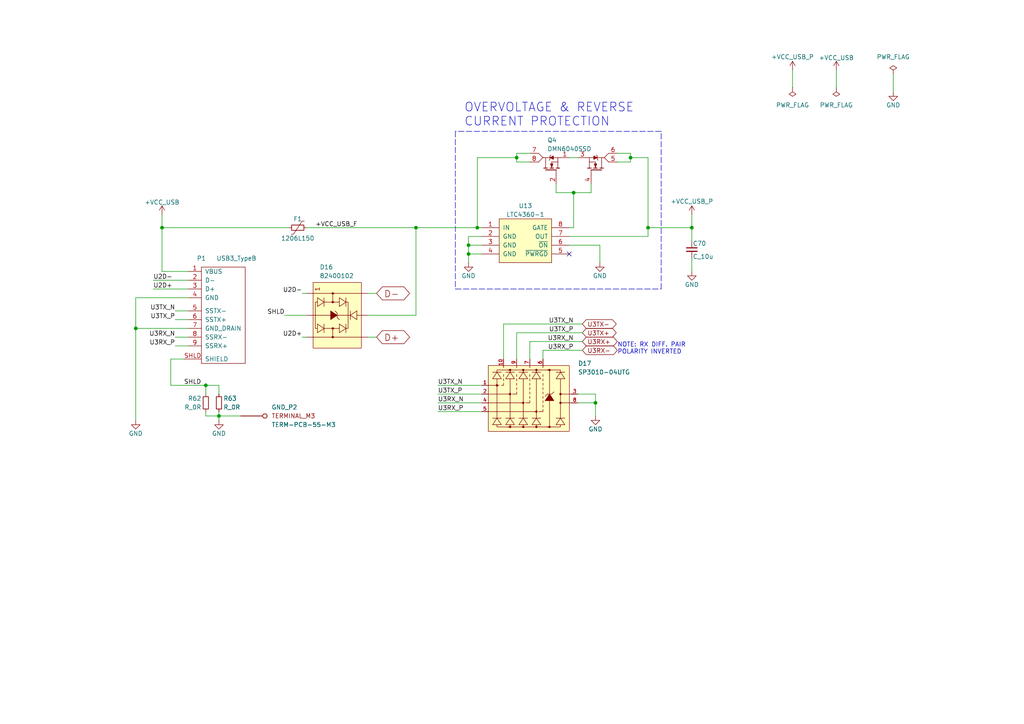
<source format=kicad_sch>
(kicad_sch (version 20231120) (generator "eeschema") (generator_version "8.0")
  (paper "A4")
  (title_block (title "Scopefun Oscilloscope") (rev "v2") (comment 1 "Copyright Dejan Priversek 2017") (comment 2 "Licensed under CERN OHL v.1.2"))
  (lib_symbols
    (symbol "ScopefunParts:+VCC_USB" (power) (pin_names (offset 0))
      (property "Value" "+VCC_USB" (at 0 3.556 0))
      (symbol "+VCC_USB_0_1"
        (polyline (pts (xy -0.762 1.27) (xy 0 2.54)))
        (polyline (pts (xy 0 0) (xy 0 2.54)))
        (polyline (pts (xy 0 2.54) (xy 0.762 1.27)))
      )
      (symbol "+VCC_USB_1_1"
        (pin power_in line (at 0 0 90) (length 0) hide (name "+VCC_USB") (number "1"))
      )
    )
    (symbol "ScopefunParts:+VCC_USB_P" (power) (pin_names (offset 0))
      (property "Value" "+VCC_USB_P" (at 0 3.556 0))
      (symbol "+VCC_USB_P_0_1"
        (polyline (pts (xy -0.762 1.27) (xy 0 2.54)))
        (polyline (pts (xy 0 0) (xy 0 2.54)))
        (polyline (pts (xy 0 2.54) (xy 0.762 1.27)))
      )
      (symbol "+VCC_USB_P_1_1"
        (pin power_in line (at 0 0 90) (length 0) hide (name "+VCC_USB_P") (number "1"))
      )
    )
    (symbol "ScopefunParts:1206L150" (pin_numbers hide) (pin_names (offset 0.254) hide)
      (property "Reference" "F" (at -1.27 2.54 0))
      (property "Value" "1206L150" (at 0 -3.81 0))
      (symbol "1206L150_0_1"
        (rectangle (start -1.778 -0.762) (end 1.778 0.762) (stroke (width 0.2032)))
        (polyline (pts (xy -1.905 -1.905) (xy -1.27 -1.905) (xy 1.27 1.905) (xy 1.905 1.905)))
      )
      (symbol "1206L150_1_1"
        (pin passive line (at -2.54 0 0) (length 0.762) (name "~") (number "1"))
        (pin passive line (at 2.54 0 180) (length 0.762) (name "~") (number "2"))
      )
    )
    (symbol "ScopefunParts:82400102" (pin_numbers hide) (pin_names (offset 0.254) hide)
      (property "Reference" "D" (at 10.16 3.81 0))
      (property "Value" "82400102" (at 10.16 1.27 0))
      (symbol "82400102_0_0"
        (text "1" (at -7.62 -5.715 0) (effects (font (size 1.27 1.27))))
      )
      (symbol "82400102_0_1"
        (circle (center -6.35 -1.27) (radius 0.254) (fill (type outline)))
        (circle (center -3.81 -1.27) (radius 0.254) (fill (type outline)))
        (polyline (pts (xy -6.35 -1.27) (xy -3.81 -1.27)))
        (polyline (pts (xy -6.35 6.985) (xy -6.35 -6.985)))
        (polyline (pts (xy -5.08 -3.81) (xy -2.54 -3.81)))
        (polyline (pts (xy -5.08 2.54) (xy -2.54 2.54)))
        (polyline (pts (xy -3.81 -3.81) (xy -3.81 0.635)))
        (polyline (pts (xy -1.27 3.81) (xy 1.27 3.81)))
        (polyline (pts (xy 0 -1.905) (xy 0 -6.985)))
        (polyline (pts (xy 0 3.81) (xy 0 0)))
        (polyline (pts (xy 0 5.715) (xy 0 6.985)))
        (polyline (pts (xy 2.54 -3.81) (xy 5.08 -3.81)))
        (polyline (pts (xy 2.54 2.54) (xy 5.08 2.54)))
        (polyline (pts (xy 3.81 -3.81) (xy 3.81 0.635)))
        (polyline (pts (xy 3.81 -1.27) (xy 6.35 -1.27)))
        (polyline (pts (xy 6.35 6.985) (xy 6.35 -6.985)))
        (polyline (pts (xy -3.81 -5.715) (xy -3.81 -6.35) (xy 0 -6.35)))
        (polyline (pts (xy 0 3.175) (xy -3.81 3.175) (xy -3.81 2.54)))
        (polyline (pts (xy 0 3.175) (xy 3.81 3.175) (xy 3.81 2.54)))
        (polyline (pts (xy 3.81 -5.715) (xy 3.81 -6.35) (xy 0 -6.35)))
        (polyline (pts (xy -5.08 -5.715) (xy -3.81 -3.81) (xy -2.54 -5.715) (xy -5.08 -5.715)))
        (polyline (pts (xy -5.08 0.635) (xy -3.81 2.54) (xy -2.54 0.635) (xy -5.08 0.635)))
        (polyline (pts (xy -1.27 5.715) (xy 0 3.81) (xy 1.27 5.715) (xy -1.27 5.715)))
        (polyline (pts (xy 0 0) (xy -1.27 -1.905) (xy 1.27 -1.905) (xy 0 0)) (fill (type outline)))
        (polyline (pts (xy 1.27 0.635) (xy 0.635 0) (xy -0.635 0) (xy -1.27 -0.635)))
        (polyline (pts (xy 2.54 -5.715) (xy 3.81 -3.81) (xy 5.08 -5.715) (xy 2.54 -5.715)))
        (polyline (pts (xy 2.54 0.635) (xy 3.81 2.54) (xy 5.08 0.635) (xy 2.54 0.635)))
        (circle (center 3.81 -1.27) (radius 0.254) (fill (type outline)))
        (circle (center 6.35 -1.27) (radius 0.254) (fill (type outline)))
        (rectangle (start 9.525 -6.985) (end -9.525 6.985) (fill (type background)))
      )
      (symbol "82400102_1_1"
        (pin passive line (at -6.35 -8.89 90) (length 1.905) (name "IO1") (number "1"))
        (pin passive line (at 0 -8.89 90) (length 1.905) (name "GND") (number "2"))
        (pin passive line (at 6.35 -8.89 90) (length 1.905) (name "IO2") (number "3"))
        (pin passive line (at 6.35 8.89 270) (length 1.905) (name "IO2") (number "4"))
        (pin passive line (at 0 8.89 270) (length 1.905) (name "VDD") (number "5"))
        (pin passive line (at -6.35 8.89 270) (length 1.905) (name "IO1") (number "6"))
      )
    )
    (symbol "ScopefunParts:C_10u" (pin_numbers hide) (pin_names (offset 0.254) hide)
      (property "Reference" "C" (at 0.254 1.778 0))
      (property "Value" "C_10u" (at 0.254 -2.032 0))
      (symbol "C_10u_0_1"
        (polyline (pts (xy -1.524 -0.508) (xy 1.524 -0.508)) (stroke (width 0.3302)))
        (polyline (pts (xy -1.524 0.508) (xy 1.524 0.508)) (stroke (width 0.3048)))
      )
      (symbol "C_10u_1_1"
        (pin passive line (at 0 2.54 270) (length 1.905) (name "~") (number "1"))
        (pin passive line (at 0 -2.54 90) (length 2.032) (name "~") (number "2"))
      )
    )
    (symbol "ScopefunParts:DMN6040SSD" (pin_names (offset 0) hide)
      (property "Reference" "Q" (at -7.62 7.62 0))
      (property "Value" "DMN6040SSD" (at -7.62 5.08 0))
      (symbol "DMN6040SSD_0_1"
        (polyline (pts (xy -8.89 2.54) (xy -10.16 1.27)))
        (polyline (pts (xy -8.89 2.54) (xy -10.16 3.81)))
        (polyline (pts (xy -8.89 2.54) (xy -8.128 2.54)))
        (polyline (pts (xy -8.636 -0.508) (xy -7.62 -0.508)) (stroke (width 0.254)))
        (polyline (pts (xy -8.128 -1.016) (xy -5.08 -1.016)) (stroke (width 0.254)))
        (polyline (pts (xy -8.128 -0.508) (xy -8.128 1.27)))
        (polyline (pts (xy -6.858 -0.508) (xy -5.842 -0.508)) (stroke (width 0.254)))
        (polyline (pts (xy -6.35 -0.508) (xy -6.35 1.27)))
        (polyline (pts (xy -5.08 -2.54) (xy -5.08 -1.016)))
        (polyline (pts (xy -5.08 -0.508) (xy -4.064 -0.508)) (stroke (width 0.254)))
        (polyline (pts (xy -4.572 -0.508) (xy -4.572 1.27)))
        (polyline (pts (xy -4.572 1.27) (xy -6.35 1.27)))
        (polyline (pts (xy -4.572 2.54) (xy -3.81 2.54)))
        (polyline (pts (xy 4.572 -0.508) (xy 4.572 1.27)))
        (polyline (pts (xy 4.572 1.27) (xy 6.35 1.27)))
        (polyline (pts (xy 4.572 2.54) (xy 3.81 2.54)))
        (polyline (pts (xy 5.08 -2.54) (xy 5.08 -1.016)))
        (polyline (pts (xy 5.08 -0.508) (xy 4.064 -0.508)) (stroke (width 0.254)))
        (polyline (pts (xy 6.35 -0.508) (xy 6.35 1.27)))
        (polyline (pts (xy 6.858 -0.508) (xy 5.842 -0.508)) (stroke (width 0.254)))
        (polyline (pts (xy 8.128 -1.016) (xy 5.08 -1.016)) (stroke (width 0.254)))
        (polyline (pts (xy 8.128 -0.508) (xy 8.128 1.27)))
        (polyline (pts (xy 8.636 -0.508) (xy 7.62 -0.508)) (stroke (width 0.254)))
        (polyline (pts (xy 8.89 2.54) (xy 8.128 2.54)))
        (polyline (pts (xy 8.89 2.54) (xy 10.16 1.27)))
        (polyline (pts (xy 8.89 2.54) (xy 10.16 3.81)))
        (polyline (pts (xy -6.858 2.54) (xy -8.128 2.54) (xy -8.128 1.27)))
        (polyline (pts (xy -5.842 2.54) (xy -4.572 2.54) (xy -4.572 1.27)))
        (polyline (pts (xy 5.842 2.54) (xy 4.572 2.54) (xy 4.572 1.27)))
        (polyline (pts (xy 6.858 2.54) (xy 8.128 2.54) (xy 8.128 1.27)))
        (polyline (pts (xy -6.604 3.302) (xy -6.858 3.048) (xy -6.858 2.032) (xy -7.112 1.778)))
        (polyline (pts (xy -6.35 -0.254) (xy -6.731 0.762) (xy -5.969 0.762) (xy -6.35 -0.254)) (fill (type outline)))
        (polyline (pts (xy -5.842 2.032) (xy -5.842 3.048) (xy -6.858 2.54) (xy -5.842 2.032)) (fill (type outline)))
        (polyline (pts (xy 5.842 2.032) (xy 5.842 3.048) (xy 6.858 2.54) (xy 5.842 2.032)) (fill (type outline)))
        (polyline (pts (xy 6.35 -0.254) (xy 6.731 0.762) (xy 5.969 0.762) (xy 6.35 -0.254)) (fill (type outline)))
        (polyline (pts (xy 6.604 3.302) (xy 6.858 3.048) (xy 6.858 2.032) (xy 7.112 1.778)))
      )
      (symbol "DMN6040SSD_1_1"
        (pin passive line (at -1.27 2.54 180) (length 2.54) (name "S1") (number "1"))
        (pin input line (at -5.08 -5.08 90) (length 2.54) (name "G1") (number "2"))
        (pin passive line (at 1.27 2.54 0) (length 2.54) (name "S2") (number "3"))
        (pin input line (at 5.08 -5.08 90) (length 2.54) (name "G2") (number "4"))
        (pin passive line (at 12.7 1.27 180) (length 2.54) (name "D2") (number "5"))
        (pin passive line (at 12.7 3.81 180) (length 2.54) (name "D2") (number "6"))
        (pin passive line (at -12.7 3.81 0) (length 2.54) (name "D1") (number "7"))
        (pin passive line (at -12.7 1.27 0) (length 2.54) (name "D1") (number "8"))
      )
    )
    (symbol "ScopefunParts:LTC4360-1" (pin_names (offset 1.016))
      (property "Reference" "U" (at 0 8.89 0))
      (property "Value" "LTC4360-1" (at 0 6.35 0))
      (symbol "LTC4360-1_0_1"
        (rectangle (start -7.62 5.08) (end 7.62 -7.62) (fill (type background)))
      )
      (symbol "LTC4360-1_1_1"
        (pin power_in line (at -12.7 2.54 0) (length 5.08) (name "IN") (number "1"))
        (pin power_in line (at -12.7 0 0) (length 5.08) (name "GND") (number "2"))
        (pin power_in line (at -12.7 -2.54 0) (length 5.08) (name "GND") (number "3"))
        (pin power_in line (at -12.7 -5.08 0) (length 5.08) (name "GND") (number "4"))
        (pin output line (at 12.7 -5.08 180) (length 5.08) (name "~{PWRGD}") (number "5"))
        (pin input line (at 12.7 -2.54 180) (length 5.08) (name "~{ON}") (number "6"))
        (pin power_out line (at 12.7 0 180) (length 5.08) (name "OUT") (number "7"))
        (pin output line (at 12.7 2.54 180) (length 5.08) (name "GATE") (number "8"))
      )
    )
    (symbol "ScopefunParts:R_0R" (pin_numbers hide) (pin_names (offset 0.254) hide)
      (property "Reference" "R" (at 1.27 1.27 0))
      (property "Value" "R_0R" (at 1.27 -1.27 0))
      (symbol "R_0R_0_1"
        (rectangle (start -0.762 1.778) (end 0.762 -1.778) (stroke (width 0.2032)))
      )
      (symbol "R_0R_1_1"
        (pin passive line (at 0 2.54 270) (length 0.762) (name "~") (number "1"))
        (pin passive line (at 0 -2.54 90) (length 0.762) (name "~") (number "2"))
      )
    )
    (symbol "ScopefunParts:SP3010-04UTG" (pin_names (offset 0.254) hide)
      (property "Reference" "D" (at 12.7 10.16 0))
      (property "Value" "SP3010-04UTG" (at 12.7 7.62 0))
      (symbol "SP3010-04UTG_0_0"
        (circle (center -5.715 -8.255) (radius 0.254) (fill (type outline)))
        (circle (center -5.715 8.255) (radius 0.254) (fill (type outline)))
        (circle (center -1.905 -8.255) (radius 0.254) (fill (type outline)))
        (circle (center -1.905 8.255) (radius 0.254) (fill (type outline)))
        (polyline (pts (xy -10.16 3.81) (xy -12.065 3.81)))
        (polyline (pts (xy -9.525 5.715) (xy -9.525 -5.715)))
        (polyline (pts (xy -6.35 1.27) (xy -12.065 1.27)))
        (polyline (pts (xy -5.715 5.715) (xy -5.715 -5.715)))
        (polyline (pts (xy -2.54 -1.27) (xy -12.065 -1.27)))
        (polyline (pts (xy -1.905 -7.62) (xy -1.905 -8.255)))
        (polyline (pts (xy -1.905 5.715) (xy -1.905 -5.715)))
        (polyline (pts (xy -1.905 7.62) (xy -1.905 8.255)))
        (polyline (pts (xy 1.27 -3.81) (xy -12.065 -3.81)))
        (polyline (pts (xy 1.905 -8.255) (xy 5.715 -8.255)))
        (polyline (pts (xy 1.905 5.715) (xy 1.905 -5.715)))
        (polyline (pts (xy 5.715 -8.255) (xy 5.715 8.255)))
        (polyline (pts (xy 5.715 8.255) (xy 1.905 8.255)))
        (polyline (pts (xy 8.89 -5.715) (xy 8.89 5.715)))
        (circle (center 1.905 -8.255) (radius 0.254) (fill (type outline)))
        (circle (center 1.905 8.255) (radius 0.254) (fill (type outline)))
        (circle (center 5.715 -8.255) (radius 0.254) (fill (type outline)))
        (circle (center 5.715 8.255) (radius 0.254) (fill (type outline)))
      )
      (symbol "SP3010-04UTG_0_1"
        (circle (center -9.525 3.81) (radius 0.254) (fill (type outline)))
        (circle (center -5.715 1.27) (radius 0.254) (fill (type outline)))
        (circle (center -1.905 -1.27) (radius 0.254) (fill (type outline)))
        (polyline (pts (xy -10.795 -5.715) (xy -8.255 -5.715)))
        (polyline (pts (xy -10.795 7.62) (xy -8.255 7.62)))
        (polyline (pts (xy -9.525 3.81) (xy -10.16 3.81)))
        (polyline (pts (xy -9.525 3.81) (xy -8.89 3.81)))
        (polyline (pts (xy -8.255 3.81) (xy -7.62 3.81)))
        (polyline (pts (xy -7.62 4.445) (xy -7.62 3.81)))
        (polyline (pts (xy -7.62 5.08) (xy -7.62 5.715)))
        (polyline (pts (xy -7.62 6.35) (xy -7.62 6.985)))
        (polyline (pts (xy -7.62 7.62) (xy -7.62 7.62)))
        (polyline (pts (xy -7.62 8.89) (xy -7.62 9.525)))
        (polyline (pts (xy -6.985 -5.715) (xy -4.445 -5.715)))
        (polyline (pts (xy -6.985 7.62) (xy -4.445 7.62)))
        (polyline (pts (xy -6.35 1.27) (xy -5.715 1.27)))
        (polyline (pts (xy -6.35 8.255) (xy -5.715 8.255)))
        (polyline (pts (xy -5.715 -8.255) (xy -6.35 -8.255)))
        (polyline (pts (xy -5.08 1.27) (xy -4.445 1.27)))
        (polyline (pts (xy -4.445 1.27) (xy -3.81 1.27)))
        (polyline (pts (xy -3.81 1.27) (xy -3.81 1.905)))
        (polyline (pts (xy -3.81 2.54) (xy -3.81 3.175)))
        (polyline (pts (xy -3.81 3.81) (xy -3.81 4.445)))
        (polyline (pts (xy -3.81 5.08) (xy -3.81 5.715)))
        (polyline (pts (xy -3.81 6.35) (xy -3.81 6.985)))
        (polyline (pts (xy -3.81 7.62) (xy -3.81 7.62)))
        (polyline (pts (xy -3.81 8.89) (xy -3.81 9.525)))
        (polyline (pts (xy -3.175 -5.715) (xy -0.635 -5.715)))
        (polyline (pts (xy -3.175 7.62) (xy -0.635 7.62)))
        (polyline (pts (xy -2.54 -1.27) (xy -1.905 -1.27)))
        (polyline (pts (xy -1.27 -1.27) (xy -0.635 -1.27)))
        (polyline (pts (xy -0.635 -1.27) (xy 0 -1.27)))
        (polyline (pts (xy 0 -1.27) (xy 0 -0.635)))
        (polyline (pts (xy 0 0) (xy 0 0.635)))
        (polyline (pts (xy 0 1.27) (xy 0 1.905)))
        (polyline (pts (xy 0 2.54) (xy 0 3.175)))
        (polyline (pts (xy 0 3.81) (xy 0 4.445)))
        (polyline (pts (xy 0 5.08) (xy 0 5.715)))
        (polyline (pts (xy 0 6.35) (xy 0 6.985)))
        (polyline (pts (xy 0 7.62) (xy 0 7.62)))
        (polyline (pts (xy 0 8.89) (xy 0 9.525)))
        (polyline (pts (xy 0.635 -5.715) (xy 3.175 -5.715)))
        (polyline (pts (xy 0.635 7.62) (xy 3.175 7.62)))
        (polyline (pts (xy 1.27 -3.81) (xy 1.905 -3.81)))
        (polyline (pts (xy 2.54 -3.81) (xy 3.175 -3.81)))
        (polyline (pts (xy 3.175 -3.81) (xy 3.81 -3.81)))
        (polyline (pts (xy 3.81 -3.81) (xy 3.81 -3.175)))
        (polyline (pts (xy 3.81 -2.54) (xy 3.81 -1.905)))
        (polyline (pts (xy 3.81 -1.27) (xy 3.81 -0.635)))
        (polyline (pts (xy 3.81 0) (xy 3.81 0.635)))
        (polyline (pts (xy 3.81 1.905) (xy 3.81 1.27)))
        (polyline (pts (xy 3.81 3.175) (xy 3.81 2.54)))
        (polyline (pts (xy 3.81 3.81) (xy 3.81 4.445)))
        (polyline (pts (xy 3.81 5.08) (xy 3.81 5.715)))
        (polyline (pts (xy 3.81 6.35) (xy 3.81 6.985)))
        (polyline (pts (xy 3.81 7.62) (xy 3.81 7.62)))
        (polyline (pts (xy 3.81 9.525) (xy 3.81 8.89)))
        (polyline (pts (xy 7.62 -5.715) (xy 10.16 -5.715)))
        (polyline (pts (xy 7.62 7.62) (xy 10.16 7.62)))
        (polyline (pts (xy 12.065 -1.27) (xy 8.89 -1.27)))
        (polyline (pts (xy 12.065 -1.27) (xy 13.335 -1.27)))
        (polyline (pts (xy 12.065 1.27) (xy 8.89 1.27)))
        (polyline (pts (xy 12.065 1.27) (xy 13.335 1.27)))
        (polyline (pts (xy -9.525 -7.62) (xy -9.525 -8.255) (xy -5.715 -8.255)))
        (polyline (pts (xy -5.715 -7.62) (xy -5.715 -8.255) (xy -1.905 -8.255)))
        (polyline (pts (xy -5.715 8.255) (xy -9.525 8.255) (xy -9.525 7.62)))
        (polyline (pts (xy -1.905 8.255) (xy -5.715 8.255) (xy -5.715 7.62)))
        (polyline (pts (xy -1.905 8.255) (xy 1.905 8.255) (xy 1.905 7.62)))
        (polyline (pts (xy 1.905 -7.62) (xy 1.905 -8.255) (xy -1.905 -8.255)))
        (polyline (pts (xy 5.08 8.255) (xy 8.89 8.255) (xy 8.89 7.62)))
        (polyline (pts (xy 8.89 -7.62) (xy 8.89 -8.255) (xy 5.08 -8.255)))
        (polyline (pts (xy -10.795 -7.62) (xy -9.525 -5.715) (xy -8.255 -7.62) (xy -10.795 -7.62)))
        (polyline (pts (xy -10.795 5.715) (xy -9.525 7.62) (xy -8.255 5.715) (xy -10.795 5.715)))
        (polyline (pts (xy -6.985 -7.62) (xy -5.715 -5.715) (xy -4.445 -7.62) (xy -6.985 -7.62)))
        (polyline (pts (xy -6.985 5.715) (xy -5.715 7.62) (xy -4.445 5.715) (xy -6.985 5.715)))
        (polyline (pts (xy -3.175 -7.62) (xy -1.905 -5.715) (xy -0.635 -7.62) (xy -3.175 -7.62)))
        (polyline (pts (xy -3.175 5.715) (xy -1.905 7.62) (xy -0.635 5.715) (xy -3.175 5.715)))
        (polyline (pts (xy 0.635 -7.62) (xy 1.905 -5.715) (xy 3.175 -7.62) (xy 0.635 -7.62)))
        (polyline (pts (xy 0.635 5.715) (xy 1.905 7.62) (xy 3.175 5.715) (xy 0.635 5.715)))
        (polyline (pts (xy 5.715 1.27) (xy 4.445 -0.635) (xy 6.985 -0.635) (xy 5.715 1.27)) (fill (type outline)))
        (polyline (pts (xy 6.985 1.905) (xy 6.35 1.27) (xy 5.08 1.27) (xy 4.445 0.635)))
        (polyline (pts (xy 7.62 -7.62) (xy 8.89 -5.715) (xy 10.16 -7.62) (xy 7.62 -7.62)))
        (polyline (pts (xy 7.62 5.715) (xy 8.89 7.62) (xy 10.16 5.715) (xy 7.62 5.715)))
        (circle (center 1.905 -3.81) (radius 0.254) (fill (type outline)))
        (circle (center 8.89 -1.27) (radius 0.254) (fill (type outline)))
        (circle (center 8.89 1.27) (radius 0.254) (fill (type outline)))
        (rectangle (start 11.43 -9.525) (end -12.065 9.525) (fill (type background)))
      )
      (symbol "SP3010-04UTG_1_1"
        (pin passive line (at -13.97 3.81 0) (length 1.905) (name "IO1") (number "1"))
        (pin passive line (at -7.62 11.43 270) (length 1.905) (name "IO1") (number "10"))
        (pin passive line (at -13.97 1.27 0) (length 1.905) (name "GND") (number "2"))
        (pin passive line (at 13.97 1.27 180) (length 1.905) (name "IO2") (number "3"))
        (pin passive line (at -13.97 -1.27 0) (length 1.905) (name "IO2") (number "4"))
        (pin passive line (at -13.97 -3.81 0) (length 1.905) (name "VDD") (number "5"))
        (pin passive line (at 3.81 11.43 270) (length 1.905) (name "IO1") (number "6"))
        (pin passive line (at 0 11.43 270) (length 1.905) (name "IO1") (number "7"))
        (pin passive line (at 13.97 -1.27 180) (length 1.905) (name "IO1") (number "8"))
        (pin passive line (at -3.81 11.43 270) (length 1.905) (name "IO1") (number "9"))
      )
    )
    (symbol "ScopefunParts:TERM-PCB-55-M3" (pin_numbers hide) (pin_names (offset 1.016) hide)
      (property "Reference" "P" (at -1.27 1.27 0))
      (property "Value" "TERM-PCB-55-M3" (at -2.54 -2.54 0))
      (symbol "TERM-PCB-55-M3_0_0"
        (text "TERMINAL_M3" (at 6.35 0 0) (effects (font (size 1.27 1.27)) (justify left)))
      )
      (symbol "TERM-PCB-55-M3_1_1"
        (pin passive inverted (at -2.54 0 0) (length 7.62) (name "1") (number "1"))
      )
    )
    (symbol "ScopefunParts:USB3_TypeB" (pin_names (offset 1.016))
      (property "Reference" "P" (at -5.08 16.51 0))
      (property "Value" "USB3_TypeB" (at 5.08 16.51 0))
      (symbol "USB3_TypeB_0_1"
        (rectangle (start -5.08 13.97) (end 7.62 -13.97))
      )
      (symbol "USB3_TypeB_1_1"
        (pin power_out line (at -8.89 12.7 0) (length 3.81) (name "VBUS") (number "1"))
        (pin passive line (at -8.89 10.16 0) (length 3.81) (name "D-") (number "2"))
        (pin bidirectional line (at -8.89 7.62 0) (length 3.81) (name "D+") (number "3"))
        (pin power_in line (at -8.89 5.08 0) (length 3.81) (name "GND") (number "4"))
        (pin bidirectional line (at -8.89 1.27 0) (length 3.81) (name "SSTX-") (number "5"))
        (pin bidirectional line (at -8.89 -1.27 0) (length 3.81) (name "SSTX+") (number "6"))
        (pin power_in line (at -8.89 -3.81 0) (length 3.81) (name "GND_DRAIN") (number "7"))
        (pin bidirectional line (at -8.89 -6.35 0) (length 3.81) (name "SSRX-") (number "8"))
        (pin bidirectional line (at -8.89 -8.89 0) (length 3.81) (name "SSRX+") (number "9"))
        (pin passive line (at -10.16 -12.7 0) (length 5.08) (name "SHIELD") (number "SHLD"))
      )
    )
    (symbol "Scopefun_v2-rescue:GND" (power) (pin_names (offset 0))
      (property "Value" "GND" (at 0 -3.81 0))
      (symbol "GND_0_1"
        (polyline (pts (xy 0 0) (xy 0 -1.27) (xy 1.27 -1.27) (xy 0 -2.54) (xy -1.27 -1.27) (xy 0 -1.27)))
      )
      (symbol "GND_1_1"
        (pin power_in line (at 0 0 270) (length 0) hide (name "GND") (number "1"))
      )
    )
    (symbol "Scopefun_v2-rescue:PWR_FLAG" (power) (pin_numbers hide) (pin_names (offset 0) hide)
      (property "Value" "PWR_FLAG" (at 0 3.81 0))
      (symbol "PWR_FLAG_0_0"
        (pin power_out line (at 0 0 90) (length 0) (name "pwr") (number "1"))
      )
      (symbol "PWR_FLAG_0_1"
        (polyline (pts (xy 0 0) (xy 0 1.27) (xy -1.016 1.905) (xy 0 2.54) (xy 1.016 1.905) (xy 0 1.27)))
      )
    )
  )
  (junction (at 187.96 66.04))
  (junction (at 120.65 66.04))
  (junction (at 166.37 55.88))
  (junction (at 135.89 71.12))
  (junction (at 138.43 66.04))
  (junction (at 39.37 95.25))
  (junction (at 135.89 73.66))
  (junction (at 182.88 45.72))
  (junction (at 172.72 116.84))
  (junction (at 200.66 66.04))
  (junction (at 63.5 120.65))
  (junction (at 59.69 111.76))
  (junction (at 46.99 66.04))
  (junction (at 149.86 45.72))
  (no_connect (at 165.1 73.66))
  (wire (pts (xy 172.72 114.3) (xy 167.64 114.3)))
  (wire (pts (xy 182.88 45.72) (xy 182.88 46.99)))
  (wire (pts (xy 200.66 66.04) (xy 200.66 69.85)))
  (wire (pts (xy 88.9 66.04) (xy 120.65 66.04)))
  (wire (pts (xy 59.69 111.76) (xy 63.5 111.76)))
  (wire (pts (xy 63.5 119.38) (xy 63.5 120.65)))
  (wire (pts (xy 172.72 114.3) (xy 172.72 116.84)))
  (wire (pts (xy 139.7 114.3) (xy 127 114.3)))
  (wire (pts (xy 157.48 101.6) (xy 168.91 101.6)))
  (wire (pts (xy 146.05 104.14) (xy 146.05 93.98)))
  (wire (pts (xy 135.89 73.66) (xy 139.7 73.66)))
  (wire (pts (xy 153.67 104.14) (xy 153.67 99.06)))
  (wire (pts (xy 46.99 62.23) (xy 46.99 66.04)))
  (wire (pts (xy 88.9 85.09) (xy 87.63 85.09)))
  (wire (pts (xy 59.69 114.3) (xy 59.69 111.76)))
  (wire (pts (xy 44.45 83.82) (xy 54.61 83.82)))
  (wire (pts (xy 120.65 91.44) (xy 120.65 66.04)))
  (wire (pts (xy 63.5 120.65) (xy 69.85 120.65)))
  (wire (pts (xy 173.99 76.2) (xy 173.99 71.12)))
  (wire (pts (xy 172.72 116.84) (xy 167.64 116.84)))
  (wire (pts (xy 161.29 55.88) (xy 166.37 55.88)))
  (polyline (pts (xy 191.77 83.82) (xy 191.77 38.1)) (stroke (width 0) (type dash)))
  (polyline (pts (xy 191.77 38.1) (xy 132.08 38.1)) (stroke (width 0) (type dash)))
  (wire (pts (xy 106.68 91.44) (xy 120.65 91.44)))
  (wire (pts (xy 149.86 104.14) (xy 149.86 96.52)))
  (wire (pts (xy 54.61 86.36) (xy 39.37 86.36)))
  (wire (pts (xy 157.48 104.14) (xy 157.48 101.6)))
  (wire (pts (xy 39.37 86.36) (xy 39.37 95.25)))
  (wire (pts (xy 59.69 120.65) (xy 63.5 120.65)))
  (wire (pts (xy 106.68 97.79) (xy 109.22 97.79)))
  (wire (pts (xy 54.61 90.17) (xy 50.8 90.17)))
  (wire (pts (xy 139.7 119.38) (xy 127 119.38)))
  (wire (pts (xy 49.53 111.76) (xy 59.69 111.76)))
  (wire (pts (xy 259.08 26.67) (xy 259.08 21.59)))
  (wire (pts (xy 88.9 91.44) (xy 82.55 91.44)))
  (wire (pts (xy 44.45 81.28) (xy 54.61 81.28)))
  (wire (pts (xy 187.96 68.58) (xy 165.1 68.58)))
  (wire (pts (xy 88.9 97.79) (xy 87.63 97.79)))
  (wire (pts (xy 138.43 45.72) (xy 149.86 45.72)))
  (wire (pts (xy 153.67 99.06) (xy 168.91 99.06)))
  (wire (pts (xy 138.43 66.04) (xy 139.7 66.04)))
  (wire (pts (xy 46.99 66.04) (xy 83.82 66.04)))
  (wire (pts (xy 166.37 55.88) (xy 171.45 55.88)))
  (wire (pts (xy 187.96 45.72) (xy 187.96 66.04)))
  (wire (pts (xy 46.99 66.04) (xy 46.99 78.74)))
  (wire (pts (xy 182.88 46.99) (xy 179.07 46.99)))
  (wire (pts (xy 135.89 71.12) (xy 135.89 73.66)))
  (wire (pts (xy 179.07 44.45) (xy 182.88 44.45)))
  (wire (pts (xy 149.86 44.45) (xy 153.67 44.45)))
  (wire (pts (xy 138.43 66.04) (xy 138.43 45.72)))
  (wire (pts (xy 161.29 55.88) (xy 161.29 53.34)))
  (polyline (pts (xy 132.08 38.1) (xy 132.08 83.82)) (stroke (width 0) (type dash)))
  (wire (pts (xy 139.7 111.76) (xy 127 111.76)))
  (wire (pts (xy 50.8 97.79) (xy 54.61 97.79)))
  (wire (pts (xy 149.86 46.99) (xy 153.67 46.99)))
  (wire (pts (xy 182.88 45.72) (xy 187.96 45.72)))
  (wire (pts (xy 165.1 45.72) (xy 167.64 45.72)))
  (wire (pts (xy 187.96 66.04) (xy 200.66 66.04)))
  (wire (pts (xy 46.99 78.74) (xy 54.61 78.74)))
  (wire (pts (xy 135.89 68.58) (xy 139.7 68.58)))
  (wire (pts (xy 146.05 93.98) (xy 168.91 93.98)))
  (wire (pts (xy 63.5 111.76) (xy 63.5 114.3)))
  (wire (pts (xy 139.7 71.12) (xy 135.89 71.12)))
  (wire (pts (xy 165.1 66.04) (xy 166.37 66.04)))
  (wire (pts (xy 49.53 111.76) (xy 49.53 104.14)))
  (wire (pts (xy 200.66 78.74) (xy 200.66 74.93)))
  (wire (pts (xy 135.89 73.66) (xy 135.89 76.2)))
  (wire (pts (xy 59.69 119.38) (xy 59.69 120.65)))
  (wire (pts (xy 63.5 120.65) (xy 63.5 121.92)))
  (wire (pts (xy 187.96 66.04) (xy 187.96 68.58)))
  (wire (pts (xy 149.86 44.45) (xy 149.86 45.72)))
  (wire (pts (xy 149.86 45.72) (xy 149.86 46.99)))
  (wire (pts (xy 149.86 96.52) (xy 168.91 96.52)))
  (wire (pts (xy 135.89 68.58) (xy 135.89 71.12)))
  (wire (pts (xy 229.87 20.32) (xy 229.87 25.4)))
  (wire (pts (xy 139.7 116.84) (xy 127 116.84)))
  (wire (pts (xy 50.8 100.33) (xy 54.61 100.33)))
  (wire (pts (xy 173.99 71.12) (xy 165.1 71.12)))
  (wire (pts (xy 39.37 95.25) (xy 39.37 121.92)))
  (wire (pts (xy 120.65 66.04) (xy 138.43 66.04)))
  (wire (pts (xy 242.57 20.32) (xy 242.57 25.4)))
  (wire (pts (xy 166.37 66.04) (xy 166.37 55.88)))
  (wire (pts (xy 182.88 44.45) (xy 182.88 45.72)))
  (wire (pts (xy 171.45 55.88) (xy 171.45 53.34)))
  (wire (pts (xy 49.53 104.14) (xy 53.34 104.14)))
  (wire (pts (xy 106.68 85.09) (xy 109.22 85.09)))
  (wire (pts (xy 172.72 116.84) (xy 172.72 120.65)))
  (polyline (pts (xy 132.08 83.82) (xy 191.77 83.82)) (stroke (width 0) (type dash)))
  (wire (pts (xy 200.66 62.23) (xy 200.66 66.04)))
  (wire (pts (xy 54.61 95.25) (xy 39.37 95.25)))
  (wire (pts (xy 50.8 92.71) (xy 54.61 92.71)))
  (text "NOTE: RX DIFF. PAIR\nPOLARITY INVERTED" (at 179.07 102.87 0) (effects (font (size 1.27 1.27)) (justify left bottom)))
  (text "OVERVOLTAGE & REVERSE\nCURRENT PROTECTION" (at 134.62 36.83 0) (effects (font (size 2.54 2.54)) (justify left bottom)))
  (label "U3TX_P" (at 166.37 96.52 180))
  (label "U3RX_P" (at 50.8 100.33 180))
  (label "U2D+" (at 44.45 83.82 0))
  (label "U3RX_P" (at 166.37 101.6 180))
  (label "U3RX_P" (at 127 119.38 0))
  (label "U3TX_N" (at 50.8 90.17 180))
  (label "+VCC_USB_F" (at 91.44 66.04 0))
  (label "U3RX_N" (at 127 116.84 0))
  (label "U2D-" (at 87.63 85.09 180))
  (label "U3RX_N" (at 50.8 97.79 180))
  (label "SHLD" (at 53.34 111.76 0))
  (label "U3TX_P" (at 50.8 92.71 180))
  (label "SHLD" (at 82.55 91.44 180))
  (label "U3TX_P" (at 127 114.3 0))
  (label "U3TX_N" (at 166.37 93.98 180))
  (label "U3RX_N" (at 166.37 99.06 180))
  (label "U2D-" (at 44.45 81.28 0))
  (label "U3TX_N" (at 127 111.76 0))
  (label "U2D+" (at 87.63 97.79 180))
  (global_label "U3TX-" (shape bidirectional) (at 168.91 93.98 0) (property "Intersheetrefs" "${INTERSHEET_REFS}" (effects (hide yes))))
  (global_label "U3RX+" (shape bidirectional) (at 168.91 99.06 0) (property "Intersheetrefs" "${INTERSHEET_REFS}" (effects (hide yes))))
  (global_label "U3TX+" (shape bidirectional) (at 168.91 96.52 0) (property "Intersheetrefs" "${INTERSHEET_REFS}" (effects (hide yes))))
  (global_label "D+" (shape bidirectional) (at 109.22 97.79 0) (effects (font (size 1.905 1.905))) (property "Intersheetrefs" "${INTERSHEET_REFS}" (effects (hide yes))))
  (global_label "D-" (shape bidirectional) (at 109.22 85.09 0) (effects (font (size 1.905 1.905))) (property "Intersheetrefs" "${INTERSHEET_REFS}" (effects (hide yes))))
  (global_label "U3RX-" (shape bidirectional) (at 168.91 101.6 0) (property "Intersheetrefs" "${INTERSHEET_REFS}" (effects (hide yes))))
  (symbol (lib_id "Scopefun_v2-rescue:GND") (at 63.5 121.92 0) (unit 1)
    (property "Reference" "#PWR0111" (effects (hide yes)))
    (property "Value" "GND" (at 63.5 125.73 0))
  )
  (symbol (lib_id "ScopefunParts:1206L150") (at 86.36 66.04 0) (unit 1)
    (property "Reference" "F1" (at 85.09 63.5 0) (effects (justify left)))
    (property "Value" "1206L150" (at 86.36 69.85 0) (effects (justify bottom)))
    (property "Footprint" "ScopefunPackagesLibrary:R_1206" (effects (hide yes)))
    (property "Datasheet" "http://www.littelfuse.com/~/media/electronics/datasheets/resettable_ptcs/littelfuse_ptc_1206l_datasheet.pdf.pdf" (effects (hide yes)))
    (property "Description" "Resettable Fuses - PPTC PTC 6V 1206 1.5A POLYFUSE SMD THIN" (effects (hide yes)))
    (property "Manufacturer Part Number" "1206L150THWR" (effects (hide yes)))
  )
  (symbol (lib_id "ScopefunParts:+VCC_USB_P") (at 200.66 62.23 0) (unit 1)
    (property "Reference" "#PWR0112" (effects (hide yes)))
    (property "Value" "+VCC_USB_P" (at 200.66 58.42 0))
  )
  (symbol (lib_id "Scopefun_v2-rescue:PWR_FLAG") (at 259.08 21.59 0) (unit 1)
    (property "Reference" "#FLG0113" (effects (hide yes)))
    (property "Value" "PWR_FLAG" (at 259.08 16.51 0))
  )
  (symbol (lib_id "Scopefun_v2-rescue:GND") (at 259.08 26.67 0) (unit 1)
    (property "Reference" "#PWR0114" (effects (hide yes)))
    (property "Value" "GND" (at 259.08 30.48 0))
  )
  (symbol (lib_id "ScopefunParts:LTC4360-1") (at 152.4 68.58 0) (unit 1)
    (property "Reference" "U13" (at 152.4 59.69 0))
    (property "Value" "LTC4360-1" (at 152.4 62.23 0))
    (property "Footprint" "ScopefunPackagesLibrary:SC70" (effects (hide yes)))
    (property "Datasheet" "http://cds.linear.com/docs/en/datasheet/436012fa.pdf" (effects (hide yes)))
    (property "Description" "Overvoltage Protection Controller" (effects (hide yes)))
    (property "Manufacturer Part Number" "LTC4360CSC8-1" (effects (hide yes)))
  )
  (symbol (lib_id "Scopefun_v2-rescue:GND") (at 173.99 76.2 0) (unit 1)
    (property "Reference" "#PWR0115" (effects (hide yes)))
    (property "Value" "GND" (at 173.99 80.01 0))
  )
  (symbol (lib_id "Scopefun_v2-rescue:GND") (at 39.37 121.92 0) (unit 1)
    (property "Reference" "#PWR0116" (effects (hide yes)))
    (property "Value" "GND" (at 39.37 125.73 0))
  )
  (symbol (lib_id "ScopefunParts:+VCC_USB") (at 46.99 62.23 0) (unit 1)
    (property "Reference" "#PWR0117" (effects (hide yes)))
    (property "Value" "+VCC_USB" (at 46.99 58.674 0))
  )
  (symbol (lib_id "Scopefun_v2-rescue:PWR_FLAG") (at 242.57 25.4 0) (mirror x) (unit 1)
    (property "Reference" "#FLG0118" (effects (hide yes)))
    (property "Value" "PWR_FLAG" (at 242.57 30.48 0))
  )
  (symbol (lib_id "ScopefunParts:+VCC_USB") (at 242.57 20.32 0) (unit 1)
    (property "Reference" "#PWR0119" (effects (hide yes)))
    (property "Value" "+VCC_USB" (at 242.57 16.764 0))
  )
  (symbol (lib_id "Scopefun_v2-rescue:PWR_FLAG") (at 229.87 25.4 0) (mirror x) (unit 1)
    (property "Reference" "#FLG0120" (effects (hide yes)))
    (property "Value" "PWR_FLAG" (at 229.87 30.48 0))
  )
  (symbol (lib_id "ScopefunParts:+VCC_USB_P") (at 229.87 20.32 0) (unit 1)
    (property "Reference" "#PWR0121" (effects (hide yes)))
    (property "Value" "+VCC_USB_P" (at 229.87 16.51 0))
  )
  (symbol (lib_id "ScopefunParts:DMN6040SSD") (at 166.37 48.26 0) (unit 1)
    (property "Reference" "Q4" (at 158.75 40.64 0) (effects (justify left)))
    (property "Value" "DMN6040SSD" (at 158.75 43.18 0) (effects (justify left)))
    (property "Footprint" "ScopefunPackagesLibrary:SOIC8" (effects (hide yes)))
    (property "Datasheet" "https://www.diodes.com/assets/Datasheets/DMN6040SSD.pdf" (effects (hide yes)))
    (property "Description" "60 V, 4.4 A dual N-channel Trench MOSFET" (effects (hide yes)))
    (property "Manufacturer Part Number" "DMN6040SSD-13" (effects (hide yes)))
  )
  (symbol (lib_id "Scopefun_v2-rescue:GND") (at 200.66 78.74 0) (unit 1)
    (property "Reference" "#PWR0122" (effects (hide yes)))
    (property "Value" "GND" (at 200.66 82.55 0))
  )
  (symbol (lib_id "Scopefun_v2-rescue:GND") (at 135.89 76.2 0) (unit 1)
    (property "Reference" "#PWR0123" (effects (hide yes)))
    (property "Value" "GND" (at 135.89 80.01 0))
  )
  (symbol (lib_id "ScopefunParts:R_0R") (at 63.5 116.84 0) (unit 1)
    (property "Reference" "R63" (at 64.77 115.57 0) (effects (justify left)))
    (property "Value" "R_0R" (at 64.77 118.11 0) (effects (justify left)))
    (property "Footprint" "ScopefunPackagesLibrary:R_0805" (effects (hide yes)))
    (property "Description" "RES SMD ZERO OHM JUMPER 0805" (effects (hide yes)))
    (property "Manufacturer Part Number" "ERJ-6GEY0R00V" (effects (hide yes)))
  )
  (symbol (lib_id "ScopefunParts:R_0R") (at 59.69 116.84 0) (mirror y) (unit 1)
    (property "Reference" "R62" (at 58.42 115.57 0) (effects (justify left)))
    (property "Value" "R_0R" (at 58.42 118.11 0) (effects (justify left)))
    (property "Footprint" "ScopefunPackagesLibrary:R_0805" (effects (hide yes)))
    (property "Description" "RES SMD ZERO OHM JUMPER 0805" (effects (hide yes)))
    (property "Manufacturer Part Number" "ERJ-6GEY0R00V" (effects (hide yes)))
  )
  (symbol (lib_id "ScopefunParts:USB3_TypeB") (at 63.5 91.44 0) (unit 1)
    (property "Reference" "P1" (at 58.42 74.93 0))
    (property "Value" "USB3_TypeB" (at 68.58 74.93 0))
    (property "Footprint" "ScopefunPackagesLibrary:USB3_TypeB" (effects (hide yes)))
    (property "Datasheet" "http://katalog.we-online.de/em/datasheet/692221030100.pdf" (effects (hide yes)))
    (property "Description" "USB 3.0 Type B" (effects (hide yes)))
    (property "Manufacturer Part Number" "692221030100" (effects (hide yes)))
  )
  (symbol (lib_id "ScopefunParts:82400102") (at 97.79 91.44 270) (unit 1)
    (property "Reference" "D16" (at 92.71 77.47 90) (effects (justify left)))
    (property "Value" "82400102" (at 92.71 80.01 90) (effects (justify left)))
    (property "Footprint" "ScopefunPackagesLibrary:SOT23-6" (effects (hide yes)))
    (property "Datasheet" "http://katalog.we-online.de/pbs/datasheet/82400102.pdf" (effects (hide yes)))
    (property "Description" "TVS Diode Array WE-TVS SOT23-6L" (effects (hide yes)))
    (property "Manufacturer Part Number" "82400102" (effects (hide yes)))
  )
  (symbol (lib_id "ScopefunParts:SP3010-04UTG") (at 153.67 115.57 0) (unit 1)
    (property "Reference" "D17" (at 167.64 105.41 0) (effects (justify left)))
    (property "Value" "SP3010-04UTG" (at 167.64 107.95 0) (effects (justify left)))
    (property "Footprint" "ScopefunPackagesLibrary:uDFN-10" (effects (hide yes)))
    (property "Datasheet" "http://www.littelfuse.com/~/media/electronics/datasheets/tvs_diode_arrays/littelfuse_tvs_diode_array_sp3010_datasheet.pdf.pdf" (effects (hide yes)))
    (property "Description" "SP3010 Series 0.45pF Diode Array" (effects (hide yes)))
    (property "Manufacturer Part Number" "SP3010-04UTG" (effects (hide yes)))
  )
  (symbol (lib_id "Scopefun_v2-rescue:GND") (at 172.72 120.65 0) (unit 1)
    (property "Reference" "#PWR0124" (effects (hide yes)))
    (property "Value" "GND" (at 172.72 124.46 0))
  )
  (symbol (lib_id "ScopefunParts:C_10u") (at 200.66 72.39 0) (unit 1)
    (property "Reference" "C70" (at 200.914 70.612 0) (effects (justify left)))
    (property "Value" "C_10u" (at 200.914 74.422 0) (effects (justify left)))
    (property "Footprint" "ScopefunPackagesLibrary:C_0603" (effects (hide yes)))
    (property "Datasheet" "http://psearch.en.murata.com/capacitor/product/GRM188R60J106KE47%23.pdf" (effects (hide yes)))
    (property "Description" "MLCC - SMD/SMT 0603 6.3V X5R 10%" (effects (hide yes)))
    (property "Manufacturer Part Number" "GRM188R60J106KE47D" (effects (hide yes)))
  )
  (symbol (lib_id "ScopefunParts:TERM-PCB-55-M3") (at 72.39 120.65 0) (unit 1)
    (property "Reference" "GND_P2" (at 78.74 118.11 0) (effects (justify left)))
    (property "Value" "TERM-PCB-55-M3" (at 78.74 123.19 0) (effects (justify left)))
    (property "Footprint" "ScopefunPackagesLibrary:TERM-PCB-55-M3" (effects (hide yes)))
    (property "Datasheet" "https://www.tme.eu/Document/0c814e212532c91d0fc3fbdcf27c7505/PCB-55%28M3%29.pdf" (effects (hide yes)))
    (property "Description" "TERMINAL PCB-55(M3)" (effects (hide yes)))
    (property "Manufacturer Part Number" "PCB-55(M3)" (effects (hide yes)))
  )
)
</source>
